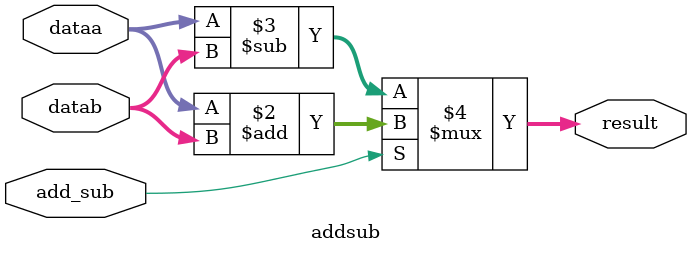
<source format=sv>
module addsub #(parameter dw=8)		 // dw = data width
(
  input        [dw-1:0] dataa,
  input        [dw-1:0] datab,
  input                 add_sub,	 // if this is 1, add; else subtract
  output logic [dw-1:0] result
);

// fill in guts  
// combinational logic, use blocking (=) assignment      
//add_sub       result
//1             dataa + datab;						
//0             dataa - datab;
   
 always_comb
	result[dw-1:0] = add_sub ? dataa[dw-1:0] + datab[dw-1:0] : dataa[dw-1:0] - datab[dw-1:0];

endmodule

</source>
